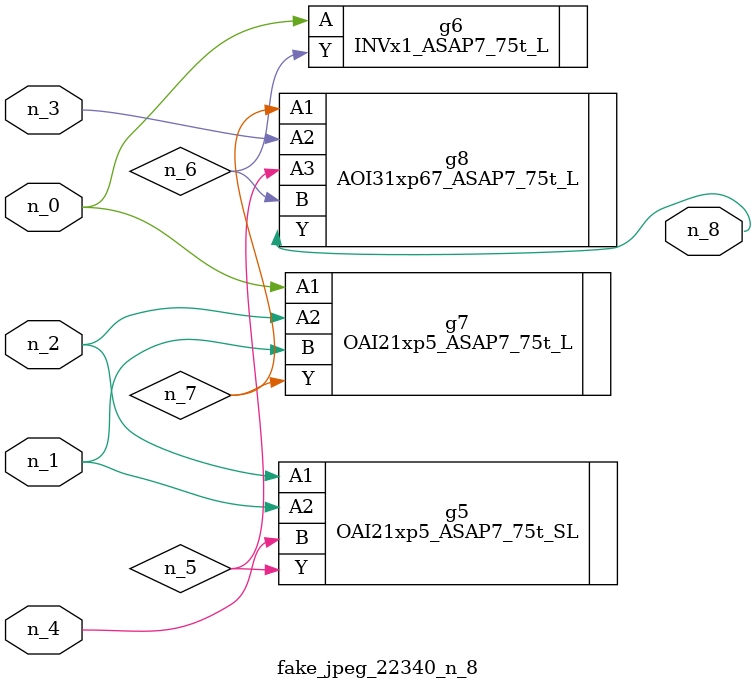
<source format=v>
module fake_jpeg_22340_n_8 (n_3, n_2, n_1, n_0, n_4, n_8);

input n_3;
input n_2;
input n_1;
input n_0;
input n_4;

output n_8;

wire n_6;
wire n_5;
wire n_7;

OAI21xp5_ASAP7_75t_SL g5 ( 
.A1(n_2),
.A2(n_1),
.B(n_4),
.Y(n_5)
);

INVx1_ASAP7_75t_L g6 ( 
.A(n_0),
.Y(n_6)
);

OAI21xp5_ASAP7_75t_L g7 ( 
.A1(n_0),
.A2(n_2),
.B(n_1),
.Y(n_7)
);

AOI31xp67_ASAP7_75t_L g8 ( 
.A1(n_7),
.A2(n_3),
.A3(n_5),
.B(n_6),
.Y(n_8)
);


endmodule
</source>
